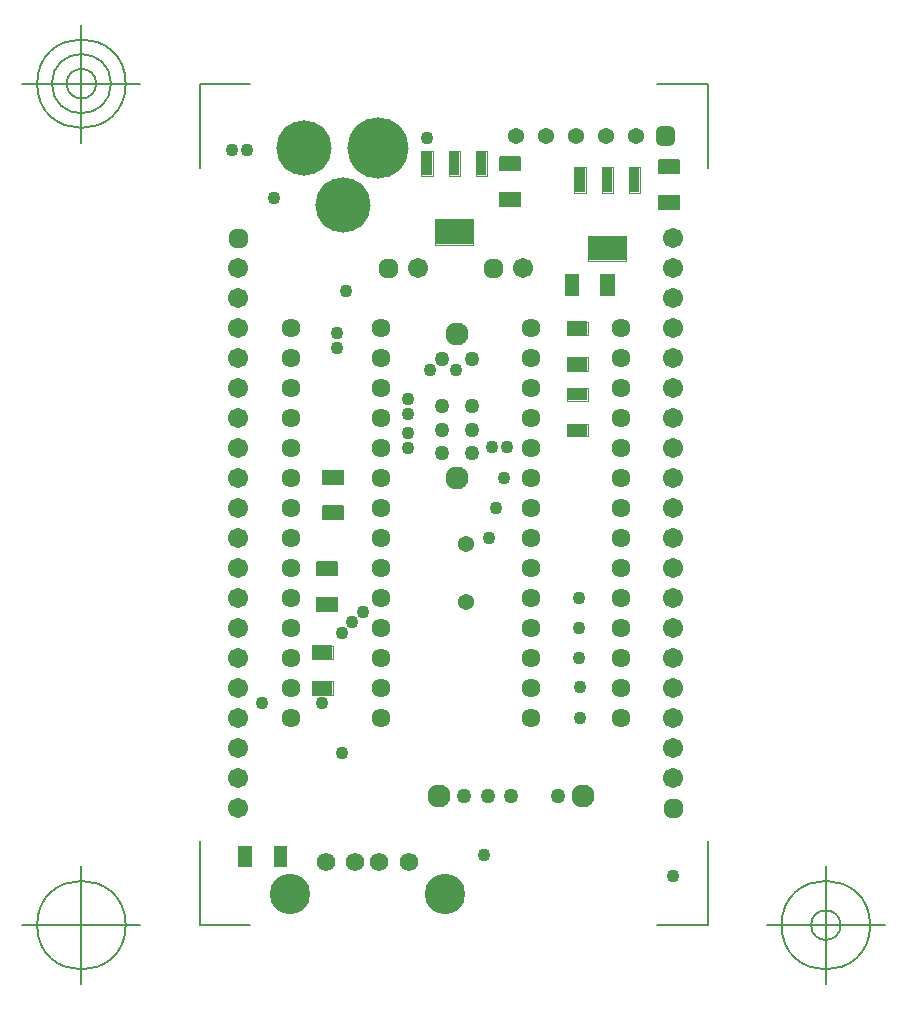
<source format=gbr>
G04 Generated by Ultiboard 11.0 *
%FSLAX25Y25*%
%MOIN*%

%ADD10C,0.00500*%
%ADD11C,0.04337*%
%ADD12C,0.06734*%
%ADD13R,0.02083X0.02083*%
%ADD14C,0.04317*%
%ADD15C,0.20400*%
%ADD16C,0.18400*%
%ADD17C,0.06137*%
%ADD18C,0.13455*%
%ADD19R,0.04134X0.06890*%
%ADD20C,0.00400*%
%ADD21R,0.06890X0.04134*%
%ADD22R,0.04528X0.07087*%
%ADD23R,0.03740X0.08465*%
%ADD24R,0.12795X0.08465*%
%ADD25C,0.05400*%
%ADD26R,0.02500X0.02500*%
%ADD27C,0.03900*%
%ADD28C,0.06337*%
%ADD29C,0.07700*%
%ADD30C,0.05000*%
%ADD31R,0.07087X0.04528*%


G04 ColorRGB 9900CC for the following layer *
%LNSolder Mask Bottom*%
%LPD*%
%FSLAX25Y25*%
%MOIN*%
G54D10*
X-5400Y-29000D02*
X-5400Y-950D01*
X-5400Y-29000D02*
X11540Y-29000D01*
X164000Y-29000D02*
X147060Y-29000D01*
X164000Y-29000D02*
X164000Y-950D01*
X164000Y251500D02*
X164000Y223450D01*
X164000Y251500D02*
X147060Y251500D01*
X-5400Y251500D02*
X11540Y251500D01*
X-5400Y251500D02*
X-5400Y223450D01*
X-25085Y-29000D02*
X-64455Y-29000D01*
X-44770Y-48685D02*
X-44770Y-9315D01*
X-59534Y-29000D02*
G75*
D01*
G02X-59534Y-29000I14764J0*
G01*
X183685Y-29000D02*
X223055Y-29000D01*
X203370Y-48685D02*
X203370Y-9315D01*
X188606Y-29000D02*
G75*
D01*
G02X188606Y-29000I14764J0*
G01*
X198449Y-29000D02*
G75*
D01*
G02X198449Y-29000I4921J0*
G01*
X-25085Y251500D02*
X-64455Y251500D01*
X-44770Y231815D02*
X-44770Y271185D01*
X-59534Y251500D02*
G75*
D01*
G02X-59534Y251500I14764J0*
G01*
X-54613Y251500D02*
G75*
D01*
G02X-54613Y251500I9843J0*
G01*
X-49691Y251500D02*
G75*
D01*
G02X-49691Y251500I4921J0*
G01*
G54D11*
X89500Y-5500D03*
X152500Y-12500D03*
X15500Y45000D03*
X42000Y28500D03*
X35500Y45000D03*
X45500Y72000D03*
X49000Y75500D03*
X42000Y68500D03*
X121500Y40000D03*
X121500Y50500D03*
X121000Y60000D03*
X96000Y120000D03*
X93500Y110000D03*
X91000Y100000D03*
X121000Y80000D03*
X121000Y70000D03*
X64000Y130000D03*
X64000Y135000D03*
X64000Y146500D03*
X64000Y141500D03*
X40500Y168500D03*
X40500Y163500D03*
X43500Y182500D03*
X19500Y213500D03*
X5500Y229500D03*
X10500Y229500D03*
X92000Y130500D03*
X97000Y130500D03*
X71500Y156000D03*
X80000Y156000D03*
X70500Y233500D03*
G54D12*
X7500Y130000D03*
X7500Y60000D03*
X7500Y30000D03*
X7500Y10000D03*
X7500Y20000D03*
X7500Y50000D03*
X7500Y40000D03*
X7500Y80000D03*
X7500Y70000D03*
X7500Y90000D03*
X7500Y110000D03*
X7500Y100000D03*
X7500Y120000D03*
X7500Y190000D03*
X7500Y160000D03*
X7500Y140000D03*
X7500Y150000D03*
X7500Y170000D03*
X7500Y180000D03*
X152500Y130000D03*
X152500Y60000D03*
X152500Y30000D03*
X152500Y20000D03*
X152500Y50000D03*
X152500Y40000D03*
X152500Y80000D03*
X152500Y70000D03*
X152500Y90000D03*
X152500Y110000D03*
X152500Y100000D03*
X152500Y120000D03*
X152500Y190000D03*
X152500Y160000D03*
X152500Y140000D03*
X152500Y150000D03*
X152500Y170000D03*
X152500Y180000D03*
X152500Y200000D03*
X67500Y190000D03*
X102500Y190000D03*
G54D13*
X7500Y200000D03*
X152500Y10000D03*
X57500Y190000D03*
X92500Y190000D03*
G54D14*
X6459Y198959D02*
X8541Y198959D01*
X8541Y201041D01*
X6459Y201041D01*
X6459Y198959D01*D02*
X151459Y8959D02*
X153541Y8959D01*
X153541Y11041D01*
X151459Y11041D01*
X151459Y8959D01*D02*
X56459Y188959D02*
X58541Y188959D01*
X58541Y191041D01*
X56459Y191041D01*
X56459Y188959D01*D02*
X91459Y188959D02*
X93541Y188959D01*
X93541Y191041D01*
X91459Y191041D01*
X91459Y188959D01*D02*
G54D15*
X54100Y230000D03*
G54D16*
X29500Y230000D03*
X42300Y211100D03*
G54D17*
X64280Y-8000D03*
X46563Y-8000D03*
X36720Y-8000D03*
X54437Y-8000D03*
G54D18*
X24634Y-18669D03*
X76366Y-18669D03*
G54D19*
X9594Y-6000D03*
X21406Y-6000D03*
G54D20*
X7527Y-9445D02*
X11661Y-9445D01*
X11661Y-2555D01*
X7527Y-2555D01*
X7527Y-9445D01*D02*
X19339Y-9445D02*
X23473Y-9445D01*
X23473Y-2555D01*
X19339Y-2555D01*
X19339Y-9445D01*D02*
X117055Y134027D02*
X123945Y134027D01*
X123945Y138161D01*
X117055Y138161D01*
X117055Y134027D01*D02*
X117055Y145839D02*
X123945Y145839D01*
X123945Y149973D01*
X117055Y149973D01*
X117055Y145839D01*D02*
X116330Y180957D02*
X120858Y180957D01*
X120858Y188043D01*
X116330Y188043D01*
X116330Y180957D01*D02*
X128142Y180957D02*
X132670Y180957D01*
X132670Y188043D01*
X128142Y188043D01*
X128142Y180957D01*D02*
X119575Y215185D02*
X123315Y215185D01*
X123315Y223649D01*
X119575Y223649D01*
X119575Y215185D01*D02*
X137685Y215185D02*
X141425Y215185D01*
X141425Y223649D01*
X137685Y223649D01*
X137685Y215185D01*D02*
X128630Y215185D02*
X132370Y215185D01*
X132370Y223649D01*
X128630Y223649D01*
X128630Y215185D01*D02*
X124103Y192351D02*
X136897Y192351D01*
X136897Y200815D01*
X124103Y200815D01*
X124103Y192351D01*D02*
X31957Y59642D02*
X39043Y59642D01*
X39043Y64170D01*
X31957Y64170D01*
X31957Y59642D01*D02*
X31957Y47830D02*
X39043Y47830D01*
X39043Y52358D01*
X31957Y52358D01*
X31957Y47830D01*D02*
X33457Y75830D02*
X40543Y75830D01*
X40543Y80358D01*
X33457Y80358D01*
X33457Y75830D01*D02*
X33457Y87642D02*
X40543Y87642D01*
X40543Y92170D01*
X33457Y92170D01*
X33457Y87642D01*D02*
X35457Y106330D02*
X42543Y106330D01*
X42543Y110858D01*
X35457Y110858D01*
X35457Y106330D01*D02*
X35457Y118142D02*
X42543Y118142D01*
X42543Y122670D01*
X35457Y122670D01*
X35457Y118142D01*D02*
X116957Y155830D02*
X124043Y155830D01*
X124043Y160358D01*
X116957Y160358D01*
X116957Y155830D01*D02*
X116957Y167642D02*
X124043Y167642D01*
X124043Y172170D01*
X116957Y172170D01*
X116957Y167642D01*D02*
X94457Y210830D02*
X101543Y210830D01*
X101543Y215358D01*
X94457Y215358D01*
X94457Y210830D01*D02*
X94457Y222642D02*
X101543Y222642D01*
X101543Y227170D01*
X94457Y227170D01*
X94457Y222642D01*D02*
X68575Y220685D02*
X72315Y220685D01*
X72315Y229149D01*
X68575Y229149D01*
X68575Y220685D01*D02*
X86685Y220685D02*
X90425Y220685D01*
X90425Y229149D01*
X86685Y229149D01*
X86685Y220685D01*D02*
X77630Y220685D02*
X81370Y220685D01*
X81370Y229149D01*
X77630Y229149D01*
X77630Y220685D01*D02*
X73103Y197851D02*
X85897Y197851D01*
X85897Y206315D01*
X73103Y206315D01*
X73103Y197851D01*D02*
X147457Y209830D02*
X154543Y209830D01*
X154543Y214358D01*
X147457Y214358D01*
X147457Y209830D01*D02*
X147457Y221642D02*
X154543Y221642D01*
X154543Y226170D01*
X147457Y226170D01*
X147457Y221642D01*D02*
G54D21*
X120500Y136094D03*
X120500Y147906D03*
G54D22*
X118594Y184500D03*
X130406Y184500D03*
G54D23*
X121445Y219417D03*
X139555Y219417D03*
X130500Y219417D03*
X70445Y224917D03*
X88555Y224917D03*
X79500Y224917D03*
G54D24*
X130500Y196583D03*
X79500Y202083D03*
G54D25*
X110000Y234000D03*
X100000Y234000D03*
X120000Y234000D03*
X140000Y234000D03*
X130000Y234000D03*
X83500Y78833D03*
X83500Y98000D03*
G54D26*
X150000Y234000D03*
G54D27*
X148750Y232750D02*
X151250Y232750D01*
X151250Y235250D01*
X148750Y235250D01*
X148750Y232750D01*D02*
G54D28*
X105000Y60000D03*
X105000Y50000D03*
X105000Y40000D03*
X105000Y80000D03*
X105000Y70000D03*
X105000Y90000D03*
X105000Y110000D03*
X105000Y100000D03*
X105000Y120000D03*
X105000Y160000D03*
X105000Y140000D03*
X105000Y130000D03*
X105000Y150000D03*
X105000Y170000D03*
X135000Y60000D03*
X135000Y50000D03*
X135000Y40000D03*
X135000Y80000D03*
X135000Y70000D03*
X135000Y90000D03*
X135000Y110000D03*
X135000Y100000D03*
X135000Y120000D03*
X135000Y160000D03*
X135000Y140000D03*
X135000Y130000D03*
X135000Y150000D03*
X135000Y170000D03*
X25000Y60000D03*
X55000Y60000D03*
X25000Y50000D03*
X25000Y40000D03*
X55000Y50000D03*
X55000Y40000D03*
X25000Y80000D03*
X25000Y70000D03*
X25000Y90000D03*
X25000Y110000D03*
X25000Y100000D03*
X25000Y120000D03*
X55000Y80000D03*
X55000Y70000D03*
X55000Y90000D03*
X55000Y110000D03*
X55000Y100000D03*
X55000Y120000D03*
X25000Y160000D03*
X25000Y140000D03*
X25000Y130000D03*
X25000Y150000D03*
X25000Y170000D03*
X55000Y160000D03*
X55000Y140000D03*
X55000Y130000D03*
X55000Y150000D03*
X55000Y170000D03*
G54D29*
X122516Y14000D03*
X74484Y14000D03*
X80500Y119984D03*
X80500Y168016D03*
G54D30*
X82752Y14000D03*
X90626Y14000D03*
X98500Y14000D03*
X114248Y14000D03*
X75579Y128252D03*
X85421Y128252D03*
X75579Y159748D03*
X85421Y159748D03*
X75579Y136126D03*
X75579Y144000D03*
X85421Y144000D03*
X85421Y136126D03*
G54D31*
X35500Y61906D03*
X35500Y50094D03*
X37000Y78094D03*
X37000Y89906D03*
X39000Y108594D03*
X39000Y120406D03*
X120500Y158094D03*
X120500Y169906D03*
X98000Y213094D03*
X98000Y224906D03*
X151000Y212094D03*
X151000Y223906D03*

M00*

</source>
